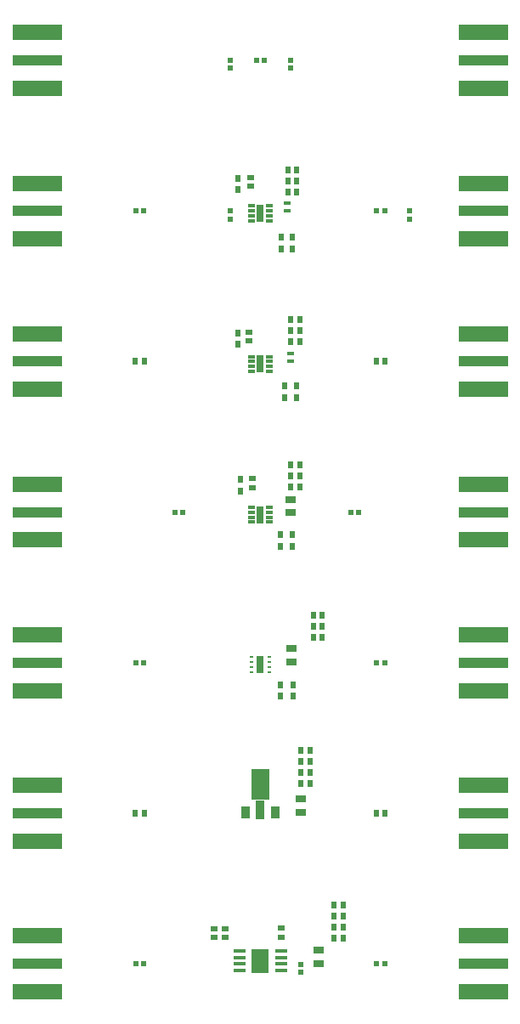
<source format=gtp>
G04*
G04 #@! TF.GenerationSoftware,Altium Limited,Altium Designer,20.2.6 (244)*
G04*
G04 Layer_Color=8421504*
%FSLAX44Y44*%
%MOMM*%
G71*
G04*
G04 #@! TF.SameCoordinates,69107643-4F9F-4E88-AEF3-5FE55586F8EB*
G04*
G04*
G04 #@! TF.FilePolarity,Positive*
G04*
G01*
G75*
%ADD14R,0.5400X0.5500*%
%ADD15R,5.0000X1.0000*%
%ADD16R,5.0000X1.6000*%
%ADD17R,0.5500X0.5400*%
%ADD18R,0.6000X0.6400*%
%ADD19R,0.6400X0.6000*%
%ADD20R,0.6000X0.7500*%
%ADD21R,0.7000X1.8000*%
%ADD22R,0.6700X0.3000*%
%ADD23R,0.6604X0.3600*%
%ADD24R,0.8000X1.8000*%
%ADD25R,0.4300X0.2500*%
%ADD26R,1.0200X0.6400*%
%ADD27R,1.0200X0.6900*%
%ADD28R,0.8600X1.3000*%
%ADD29R,0.8600X1.9500*%
%ADD30R,1.7800X2.4100*%
%ADD31O,1.2000X0.3800*%
G36*
X259000Y213250D02*
X241000D01*
Y244250D01*
X259000D01*
Y213250D01*
D02*
G37*
D14*
X220000Y950000D02*
D03*
Y942200D02*
D03*
X280000Y950000D02*
D03*
Y942200D02*
D03*
X399000Y792200D02*
D03*
Y800000D02*
D03*
X220000Y792200D02*
D03*
Y800000D02*
D03*
X290000Y41850D02*
D03*
Y49650D02*
D03*
D15*
X28000Y950000D02*
D03*
X472000D02*
D03*
Y50000D02*
D03*
Y200000D02*
D03*
X28000Y350000D02*
D03*
X472000D02*
D03*
X28000Y500000D02*
D03*
X472000D02*
D03*
X28000Y650000D02*
D03*
X472000D02*
D03*
X28000Y800000D02*
D03*
X472000D02*
D03*
X28000Y50000D02*
D03*
Y200000D02*
D03*
D16*
Y922300D02*
D03*
Y977700D02*
D03*
X472000D02*
D03*
Y922300D02*
D03*
Y22300D02*
D03*
Y77700D02*
D03*
Y172300D02*
D03*
Y227700D02*
D03*
X28000Y377700D02*
D03*
Y322300D02*
D03*
X472000D02*
D03*
Y377700D02*
D03*
X28000Y527700D02*
D03*
Y472300D02*
D03*
X472000D02*
D03*
Y527700D02*
D03*
X28000Y677700D02*
D03*
Y622300D02*
D03*
X472000D02*
D03*
Y677700D02*
D03*
X28000Y827700D02*
D03*
Y772300D02*
D03*
X472000D02*
D03*
Y827700D02*
D03*
X28000Y77700D02*
D03*
Y22300D02*
D03*
Y227700D02*
D03*
Y172300D02*
D03*
D17*
X246100Y950000D02*
D03*
X253900D02*
D03*
X126100Y800000D02*
D03*
X133900D02*
D03*
X366100D02*
D03*
X373900D02*
D03*
X133900Y50000D02*
D03*
X126100D02*
D03*
X126100Y350000D02*
D03*
X133900D02*
D03*
X366100D02*
D03*
X373900D02*
D03*
X165000Y500000D02*
D03*
X172800D02*
D03*
X340000D02*
D03*
X347800D02*
D03*
X366100Y50000D02*
D03*
X373900D02*
D03*
D18*
X286400Y841000D02*
D03*
X277600D02*
D03*
X286400Y830000D02*
D03*
X277600D02*
D03*
X286400Y819000D02*
D03*
X277600D02*
D03*
X289400Y692000D02*
D03*
X280600D02*
D03*
X289400Y681000D02*
D03*
X280600D02*
D03*
X289400Y670000D02*
D03*
X280600D02*
D03*
X289400Y547000D02*
D03*
X280600D02*
D03*
X289400Y536000D02*
D03*
X280600D02*
D03*
X289400Y525000D02*
D03*
X280600D02*
D03*
X311740Y397410D02*
D03*
X302940D02*
D03*
X311740Y386410D02*
D03*
X302940D02*
D03*
X311740Y375410D02*
D03*
X302940D02*
D03*
X299400Y262500D02*
D03*
X290600D02*
D03*
X299400Y251500D02*
D03*
X290600D02*
D03*
X299400Y240500D02*
D03*
X290600D02*
D03*
X299400Y229500D02*
D03*
X290600D02*
D03*
X332400Y108750D02*
D03*
X323600D02*
D03*
X332400Y97750D02*
D03*
X323600D02*
D03*
X332400Y86750D02*
D03*
X323600D02*
D03*
X332400Y75750D02*
D03*
X323600D02*
D03*
X134400Y200000D02*
D03*
X125600D02*
D03*
X374400D02*
D03*
X365600D02*
D03*
X125600Y650000D02*
D03*
X134400D02*
D03*
X365600D02*
D03*
X374400D02*
D03*
D19*
X240000Y833400D02*
D03*
Y824600D02*
D03*
X239000Y670600D02*
D03*
Y679400D02*
D03*
X242000Y533400D02*
D03*
Y524600D02*
D03*
X215000Y85150D02*
D03*
Y76350D02*
D03*
X271000Y85400D02*
D03*
Y76600D02*
D03*
X204000Y85150D02*
D03*
Y76350D02*
D03*
D20*
X228000Y832750D02*
D03*
Y821250D02*
D03*
X271000Y773750D02*
D03*
Y762250D02*
D03*
X282000Y773750D02*
D03*
Y762250D02*
D03*
X228000Y678750D02*
D03*
Y667250D02*
D03*
X274000Y625750D02*
D03*
Y614250D02*
D03*
X286000Y625750D02*
D03*
Y614250D02*
D03*
X270000Y477750D02*
D03*
Y466250D02*
D03*
X282000Y477750D02*
D03*
Y466250D02*
D03*
X230000Y532750D02*
D03*
Y521250D02*
D03*
X282440Y328160D02*
D03*
Y316660D02*
D03*
X270440Y328160D02*
D03*
Y316660D02*
D03*
D21*
X250000Y797500D02*
D03*
Y647500D02*
D03*
Y497500D02*
D03*
D22*
X258850Y805000D02*
D03*
Y800000D02*
D03*
Y795000D02*
D03*
Y790000D02*
D03*
X241150D02*
D03*
Y795000D02*
D03*
Y800000D02*
D03*
Y805000D02*
D03*
X258850Y655000D02*
D03*
Y650000D02*
D03*
Y645000D02*
D03*
Y640000D02*
D03*
X241150D02*
D03*
Y645000D02*
D03*
Y650000D02*
D03*
Y655000D02*
D03*
X258850Y505000D02*
D03*
Y500000D02*
D03*
Y495000D02*
D03*
Y490000D02*
D03*
X241150D02*
D03*
Y495000D02*
D03*
Y500000D02*
D03*
Y505000D02*
D03*
D23*
X277000Y800000D02*
D03*
Y808200D02*
D03*
X280000Y650000D02*
D03*
Y658200D02*
D03*
D24*
X250000Y348000D02*
D03*
D25*
X259150Y355500D02*
D03*
Y350500D02*
D03*
Y345500D02*
D03*
Y340500D02*
D03*
X240850D02*
D03*
Y345500D02*
D03*
Y350500D02*
D03*
Y355500D02*
D03*
D26*
X280000Y512800D02*
D03*
Y500000D02*
D03*
D27*
X281340Y350410D02*
D03*
Y364410D02*
D03*
X290000Y200500D02*
D03*
Y214500D02*
D03*
X308000Y49750D02*
D03*
Y63750D02*
D03*
D28*
X235000Y200500D02*
D03*
X265000D02*
D03*
D29*
X250000Y203750D02*
D03*
D30*
Y53000D02*
D03*
D31*
X229000Y62750D02*
D03*
Y56250D02*
D03*
Y49750D02*
D03*
Y43250D02*
D03*
X271000Y62750D02*
D03*
Y56250D02*
D03*
Y49750D02*
D03*
Y43250D02*
D03*
M02*

</source>
